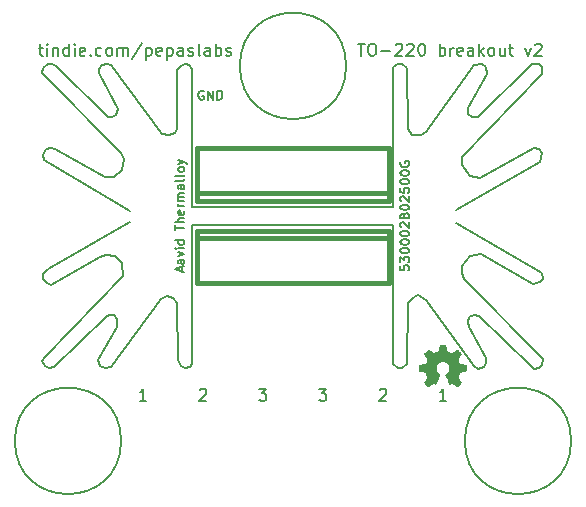
<source format=gto>
G04 (created by PCBNEW (2013-07-07 BZR 4022)-stable) date 3/25/2014 11:58:55 PM*
%MOIN*%
G04 Gerber Fmt 3.4, Leading zero omitted, Abs format*
%FSLAX34Y34*%
G01*
G70*
G90*
G04 APERTURE LIST*
%ADD10C,0.00590551*%
%ADD11C,0.006*%
%ADD12C,0.008*%
%ADD13C,0.0001*%
%ADD14C,0.015*%
G04 APERTURE END LIST*
G54D10*
G54D11*
X83021Y-46835D02*
X82992Y-46821D01*
X82950Y-46821D01*
X82907Y-46835D01*
X82878Y-46864D01*
X82864Y-46892D01*
X82850Y-46950D01*
X82850Y-46992D01*
X82864Y-47050D01*
X82878Y-47078D01*
X82907Y-47107D01*
X82950Y-47121D01*
X82978Y-47121D01*
X83021Y-47107D01*
X83035Y-47092D01*
X83035Y-46992D01*
X82978Y-46992D01*
X83164Y-47121D02*
X83164Y-46821D01*
X83335Y-47121D01*
X83335Y-46821D01*
X83478Y-47121D02*
X83478Y-46821D01*
X83550Y-46821D01*
X83592Y-46835D01*
X83621Y-46864D01*
X83635Y-46892D01*
X83650Y-46950D01*
X83650Y-46992D01*
X83635Y-47050D01*
X83621Y-47078D01*
X83592Y-47107D01*
X83550Y-47121D01*
X83478Y-47121D01*
G54D12*
X88164Y-45261D02*
X88392Y-45261D01*
X88278Y-45661D02*
X88278Y-45261D01*
X88602Y-45261D02*
X88678Y-45261D01*
X88716Y-45280D01*
X88754Y-45319D01*
X88773Y-45395D01*
X88773Y-45528D01*
X88754Y-45604D01*
X88716Y-45642D01*
X88678Y-45661D01*
X88602Y-45661D01*
X88564Y-45642D01*
X88526Y-45604D01*
X88507Y-45528D01*
X88507Y-45395D01*
X88526Y-45319D01*
X88564Y-45280D01*
X88602Y-45261D01*
X88945Y-45509D02*
X89250Y-45509D01*
X89421Y-45300D02*
X89440Y-45280D01*
X89478Y-45261D01*
X89573Y-45261D01*
X89611Y-45280D01*
X89630Y-45300D01*
X89650Y-45338D01*
X89650Y-45376D01*
X89630Y-45433D01*
X89402Y-45661D01*
X89650Y-45661D01*
X89802Y-45300D02*
X89821Y-45280D01*
X89859Y-45261D01*
X89954Y-45261D01*
X89992Y-45280D01*
X90011Y-45300D01*
X90030Y-45338D01*
X90030Y-45376D01*
X90011Y-45433D01*
X89783Y-45661D01*
X90030Y-45661D01*
X90278Y-45261D02*
X90316Y-45261D01*
X90354Y-45280D01*
X90373Y-45300D01*
X90392Y-45338D01*
X90411Y-45414D01*
X90411Y-45509D01*
X90392Y-45585D01*
X90373Y-45623D01*
X90354Y-45642D01*
X90316Y-45661D01*
X90278Y-45661D01*
X90240Y-45642D01*
X90221Y-45623D01*
X90202Y-45585D01*
X90183Y-45509D01*
X90183Y-45414D01*
X90202Y-45338D01*
X90221Y-45300D01*
X90240Y-45280D01*
X90278Y-45261D01*
X90888Y-45661D02*
X90888Y-45261D01*
X90888Y-45414D02*
X90926Y-45395D01*
X91002Y-45395D01*
X91040Y-45414D01*
X91059Y-45433D01*
X91078Y-45471D01*
X91078Y-45585D01*
X91059Y-45623D01*
X91040Y-45642D01*
X91002Y-45661D01*
X90926Y-45661D01*
X90888Y-45642D01*
X91250Y-45661D02*
X91250Y-45395D01*
X91250Y-45471D02*
X91269Y-45433D01*
X91288Y-45414D01*
X91326Y-45395D01*
X91364Y-45395D01*
X91650Y-45642D02*
X91611Y-45661D01*
X91535Y-45661D01*
X91497Y-45642D01*
X91478Y-45604D01*
X91478Y-45452D01*
X91497Y-45414D01*
X91535Y-45395D01*
X91611Y-45395D01*
X91650Y-45414D01*
X91669Y-45452D01*
X91669Y-45490D01*
X91478Y-45528D01*
X92011Y-45661D02*
X92011Y-45452D01*
X91992Y-45414D01*
X91954Y-45395D01*
X91878Y-45395D01*
X91840Y-45414D01*
X92011Y-45642D02*
X91973Y-45661D01*
X91878Y-45661D01*
X91840Y-45642D01*
X91821Y-45604D01*
X91821Y-45566D01*
X91840Y-45528D01*
X91878Y-45509D01*
X91973Y-45509D01*
X92011Y-45490D01*
X92202Y-45661D02*
X92202Y-45261D01*
X92240Y-45509D02*
X92354Y-45661D01*
X92354Y-45395D02*
X92202Y-45547D01*
X92583Y-45661D02*
X92545Y-45642D01*
X92526Y-45623D01*
X92507Y-45585D01*
X92507Y-45471D01*
X92526Y-45433D01*
X92545Y-45414D01*
X92583Y-45395D01*
X92640Y-45395D01*
X92678Y-45414D01*
X92697Y-45433D01*
X92716Y-45471D01*
X92716Y-45585D01*
X92697Y-45623D01*
X92678Y-45642D01*
X92640Y-45661D01*
X92583Y-45661D01*
X93059Y-45395D02*
X93059Y-45661D01*
X92888Y-45395D02*
X92888Y-45604D01*
X92907Y-45642D01*
X92945Y-45661D01*
X93002Y-45661D01*
X93040Y-45642D01*
X93059Y-45623D01*
X93192Y-45395D02*
X93345Y-45395D01*
X93250Y-45261D02*
X93250Y-45604D01*
X93269Y-45642D01*
X93307Y-45661D01*
X93345Y-45661D01*
X93745Y-45395D02*
X93840Y-45661D01*
X93935Y-45395D01*
X94069Y-45300D02*
X94088Y-45280D01*
X94126Y-45261D01*
X94221Y-45261D01*
X94259Y-45280D01*
X94278Y-45300D01*
X94297Y-45338D01*
X94297Y-45376D01*
X94278Y-45433D01*
X94049Y-45661D01*
X94297Y-45661D01*
X77521Y-45395D02*
X77673Y-45395D01*
X77578Y-45261D02*
X77578Y-45604D01*
X77597Y-45642D01*
X77635Y-45661D01*
X77673Y-45661D01*
X77807Y-45661D02*
X77807Y-45395D01*
X77807Y-45261D02*
X77788Y-45280D01*
X77807Y-45300D01*
X77826Y-45280D01*
X77807Y-45261D01*
X77807Y-45300D01*
X77997Y-45395D02*
X77997Y-45661D01*
X77997Y-45433D02*
X78016Y-45414D01*
X78054Y-45395D01*
X78111Y-45395D01*
X78150Y-45414D01*
X78169Y-45452D01*
X78169Y-45661D01*
X78530Y-45661D02*
X78530Y-45261D01*
X78530Y-45642D02*
X78492Y-45661D01*
X78416Y-45661D01*
X78378Y-45642D01*
X78359Y-45623D01*
X78340Y-45585D01*
X78340Y-45471D01*
X78359Y-45433D01*
X78378Y-45414D01*
X78416Y-45395D01*
X78492Y-45395D01*
X78530Y-45414D01*
X78721Y-45661D02*
X78721Y-45395D01*
X78721Y-45261D02*
X78702Y-45280D01*
X78721Y-45300D01*
X78740Y-45280D01*
X78721Y-45261D01*
X78721Y-45300D01*
X79064Y-45642D02*
X79026Y-45661D01*
X78950Y-45661D01*
X78911Y-45642D01*
X78892Y-45604D01*
X78892Y-45452D01*
X78911Y-45414D01*
X78950Y-45395D01*
X79026Y-45395D01*
X79064Y-45414D01*
X79083Y-45452D01*
X79083Y-45490D01*
X78892Y-45528D01*
X79254Y-45623D02*
X79273Y-45642D01*
X79254Y-45661D01*
X79235Y-45642D01*
X79254Y-45623D01*
X79254Y-45661D01*
X79616Y-45642D02*
X79578Y-45661D01*
X79502Y-45661D01*
X79464Y-45642D01*
X79445Y-45623D01*
X79426Y-45585D01*
X79426Y-45471D01*
X79445Y-45433D01*
X79464Y-45414D01*
X79502Y-45395D01*
X79578Y-45395D01*
X79616Y-45414D01*
X79845Y-45661D02*
X79807Y-45642D01*
X79788Y-45623D01*
X79769Y-45585D01*
X79769Y-45471D01*
X79788Y-45433D01*
X79807Y-45414D01*
X79845Y-45395D01*
X79902Y-45395D01*
X79940Y-45414D01*
X79959Y-45433D01*
X79978Y-45471D01*
X79978Y-45585D01*
X79959Y-45623D01*
X79940Y-45642D01*
X79902Y-45661D01*
X79845Y-45661D01*
X80150Y-45661D02*
X80150Y-45395D01*
X80150Y-45433D02*
X80169Y-45414D01*
X80207Y-45395D01*
X80264Y-45395D01*
X80302Y-45414D01*
X80321Y-45452D01*
X80321Y-45661D01*
X80321Y-45452D02*
X80340Y-45414D01*
X80378Y-45395D01*
X80435Y-45395D01*
X80473Y-45414D01*
X80492Y-45452D01*
X80492Y-45661D01*
X80969Y-45242D02*
X80626Y-45757D01*
X81102Y-45395D02*
X81102Y-45795D01*
X81102Y-45414D02*
X81140Y-45395D01*
X81216Y-45395D01*
X81254Y-45414D01*
X81273Y-45433D01*
X81292Y-45471D01*
X81292Y-45585D01*
X81273Y-45623D01*
X81254Y-45642D01*
X81216Y-45661D01*
X81140Y-45661D01*
X81102Y-45642D01*
X81616Y-45642D02*
X81578Y-45661D01*
X81502Y-45661D01*
X81464Y-45642D01*
X81445Y-45604D01*
X81445Y-45452D01*
X81464Y-45414D01*
X81502Y-45395D01*
X81578Y-45395D01*
X81616Y-45414D01*
X81635Y-45452D01*
X81635Y-45490D01*
X81445Y-45528D01*
X81807Y-45395D02*
X81807Y-45795D01*
X81807Y-45414D02*
X81845Y-45395D01*
X81921Y-45395D01*
X81959Y-45414D01*
X81978Y-45433D01*
X81997Y-45471D01*
X81997Y-45585D01*
X81978Y-45623D01*
X81959Y-45642D01*
X81921Y-45661D01*
X81845Y-45661D01*
X81807Y-45642D01*
X82340Y-45661D02*
X82340Y-45452D01*
X82321Y-45414D01*
X82283Y-45395D01*
X82207Y-45395D01*
X82169Y-45414D01*
X82340Y-45642D02*
X82302Y-45661D01*
X82207Y-45661D01*
X82169Y-45642D01*
X82150Y-45604D01*
X82150Y-45566D01*
X82169Y-45528D01*
X82207Y-45509D01*
X82302Y-45509D01*
X82340Y-45490D01*
X82511Y-45642D02*
X82550Y-45661D01*
X82626Y-45661D01*
X82664Y-45642D01*
X82683Y-45604D01*
X82683Y-45585D01*
X82664Y-45547D01*
X82626Y-45528D01*
X82569Y-45528D01*
X82530Y-45509D01*
X82511Y-45471D01*
X82511Y-45452D01*
X82530Y-45414D01*
X82569Y-45395D01*
X82626Y-45395D01*
X82664Y-45414D01*
X82911Y-45661D02*
X82873Y-45642D01*
X82854Y-45604D01*
X82854Y-45261D01*
X83235Y-45661D02*
X83235Y-45452D01*
X83216Y-45414D01*
X83178Y-45395D01*
X83102Y-45395D01*
X83064Y-45414D01*
X83235Y-45642D02*
X83197Y-45661D01*
X83102Y-45661D01*
X83064Y-45642D01*
X83045Y-45604D01*
X83045Y-45566D01*
X83064Y-45528D01*
X83102Y-45509D01*
X83197Y-45509D01*
X83235Y-45490D01*
X83426Y-45661D02*
X83426Y-45261D01*
X83426Y-45414D02*
X83464Y-45395D01*
X83540Y-45395D01*
X83578Y-45414D01*
X83597Y-45433D01*
X83616Y-45471D01*
X83616Y-45585D01*
X83597Y-45623D01*
X83578Y-45642D01*
X83540Y-45661D01*
X83464Y-45661D01*
X83426Y-45642D01*
X83769Y-45642D02*
X83807Y-45661D01*
X83883Y-45661D01*
X83921Y-45642D01*
X83940Y-45604D01*
X83940Y-45585D01*
X83921Y-45547D01*
X83883Y-45528D01*
X83826Y-45528D01*
X83788Y-45509D01*
X83769Y-45471D01*
X83769Y-45452D01*
X83788Y-45414D01*
X83826Y-45395D01*
X83883Y-45395D01*
X83921Y-45414D01*
X91114Y-57161D02*
X90885Y-57161D01*
X91000Y-57161D02*
X91000Y-56761D01*
X90961Y-56819D01*
X90923Y-56857D01*
X90885Y-56876D01*
X88885Y-56800D02*
X88904Y-56780D01*
X88942Y-56761D01*
X89038Y-56761D01*
X89076Y-56780D01*
X89095Y-56800D01*
X89114Y-56838D01*
X89114Y-56876D01*
X89095Y-56933D01*
X88866Y-57161D01*
X89114Y-57161D01*
X86866Y-56761D02*
X87114Y-56761D01*
X86980Y-56914D01*
X87038Y-56914D01*
X87076Y-56933D01*
X87095Y-56952D01*
X87114Y-56990D01*
X87114Y-57085D01*
X87095Y-57123D01*
X87076Y-57142D01*
X87038Y-57161D01*
X86923Y-57161D01*
X86885Y-57142D01*
X86866Y-57123D01*
X81114Y-57161D02*
X80885Y-57161D01*
X81000Y-57161D02*
X81000Y-56761D01*
X80961Y-56819D01*
X80923Y-56857D01*
X80885Y-56876D01*
X82885Y-56800D02*
X82904Y-56780D01*
X82942Y-56761D01*
X83038Y-56761D01*
X83076Y-56780D01*
X83095Y-56800D01*
X83114Y-56838D01*
X83114Y-56876D01*
X83095Y-56933D01*
X82866Y-57161D01*
X83114Y-57161D01*
X84866Y-56761D02*
X85114Y-56761D01*
X84980Y-56914D01*
X85038Y-56914D01*
X85076Y-56933D01*
X85095Y-56952D01*
X85114Y-56990D01*
X85114Y-57085D01*
X85095Y-57123D01*
X85076Y-57142D01*
X85038Y-57161D01*
X84923Y-57161D01*
X84885Y-57142D01*
X84866Y-57123D01*
G54D10*
X89500Y-56070D02*
X89350Y-55950D01*
X89350Y-51310D02*
X89350Y-55950D01*
X89490Y-45930D02*
X89350Y-46050D01*
X89350Y-50690D02*
X89350Y-46050D01*
X82570Y-56040D02*
X82650Y-55950D01*
X82650Y-51310D02*
X82650Y-55950D01*
X82650Y-46100D02*
X82550Y-45970D01*
X82650Y-50690D02*
X82650Y-46100D01*
X80560Y-50828D02*
X77700Y-49138D01*
X77700Y-49138D02*
X77660Y-48958D01*
X77660Y-48958D02*
X77780Y-48778D01*
X77780Y-48778D02*
X77930Y-48728D01*
X77930Y-48728D02*
X78070Y-48768D01*
X78070Y-48768D02*
X79720Y-49718D01*
X79720Y-49718D02*
X80050Y-49698D01*
X80050Y-49698D02*
X80290Y-49478D01*
X80290Y-49478D02*
X80360Y-49108D01*
X80360Y-49108D02*
X80260Y-48908D01*
X80260Y-48908D02*
X77650Y-46238D01*
X77650Y-46238D02*
X77670Y-46068D01*
X77670Y-46068D02*
X77830Y-45938D01*
X77830Y-45938D02*
X77970Y-45928D01*
X77970Y-45928D02*
X78090Y-46008D01*
X78090Y-46008D02*
X79840Y-47698D01*
X79840Y-47698D02*
X79960Y-47708D01*
X79960Y-47708D02*
X80110Y-47648D01*
X80110Y-47648D02*
X80170Y-47428D01*
X80170Y-47428D02*
X79520Y-46238D01*
X79520Y-46238D02*
X79520Y-46108D01*
X79520Y-46108D02*
X79630Y-45968D01*
X79630Y-45968D02*
X79790Y-45928D01*
X79790Y-45928D02*
X79940Y-45968D01*
X79940Y-45968D02*
X81620Y-48268D01*
X81620Y-48268D02*
X81870Y-48318D01*
X81870Y-48318D02*
X82080Y-48238D01*
X82080Y-48238D02*
X82150Y-48108D01*
X82150Y-48108D02*
X82150Y-46148D01*
X82150Y-46148D02*
X82310Y-45968D01*
X82310Y-45968D02*
X82430Y-45938D01*
X82430Y-45938D02*
X82550Y-45968D01*
X82570Y-56040D02*
X82400Y-56078D01*
X82400Y-56078D02*
X82260Y-56018D01*
X82260Y-56018D02*
X82160Y-55818D01*
X82160Y-55818D02*
X82130Y-53888D01*
X82130Y-53888D02*
X82010Y-53738D01*
X82010Y-53738D02*
X81810Y-53658D01*
X81810Y-53658D02*
X81610Y-53758D01*
X81610Y-53758D02*
X79920Y-56048D01*
X79920Y-56048D02*
X79750Y-56078D01*
X79750Y-56078D02*
X79580Y-55998D01*
X79580Y-55998D02*
X79510Y-55818D01*
X79510Y-55818D02*
X80120Y-54708D01*
X80120Y-54708D02*
X80150Y-54428D01*
X80150Y-54428D02*
X80020Y-54308D01*
X80020Y-54308D02*
X79870Y-54308D01*
X79870Y-54308D02*
X79770Y-54378D01*
X79770Y-54378D02*
X78050Y-56028D01*
X78050Y-56028D02*
X77870Y-56078D01*
X77870Y-56078D02*
X77730Y-55998D01*
X77730Y-55998D02*
X77650Y-55838D01*
X77650Y-55838D02*
X77720Y-55688D01*
X77720Y-55688D02*
X80340Y-53018D01*
X80340Y-53018D02*
X80310Y-52568D01*
X80310Y-52568D02*
X80080Y-52348D01*
X80080Y-52348D02*
X79780Y-52308D01*
X79780Y-52308D02*
X79580Y-52358D01*
X79580Y-52358D02*
X77950Y-53288D01*
X77950Y-53288D02*
X77790Y-53238D01*
X77790Y-53238D02*
X77670Y-53098D01*
X77670Y-53098D02*
X77680Y-52928D01*
X77680Y-52928D02*
X77820Y-52778D01*
X77820Y-52778D02*
X80560Y-51218D01*
X91440Y-51228D02*
X94290Y-52888D01*
X94290Y-52888D02*
X94320Y-53088D01*
X94320Y-53088D02*
X94230Y-53218D01*
X94230Y-53218D02*
X94000Y-53268D01*
X94000Y-53268D02*
X92270Y-52278D01*
X92270Y-52278D02*
X91900Y-52338D01*
X91900Y-52338D02*
X91620Y-52658D01*
X91620Y-52658D02*
X91620Y-52918D01*
X91620Y-52918D02*
X91710Y-53098D01*
X91710Y-53098D02*
X94330Y-55768D01*
X94330Y-55768D02*
X94310Y-55958D01*
X94310Y-55958D02*
X94210Y-56058D01*
X94210Y-56058D02*
X94040Y-56088D01*
X94040Y-56088D02*
X93930Y-56018D01*
X93930Y-56018D02*
X92210Y-54348D01*
X92210Y-54348D02*
X92030Y-54298D01*
X92030Y-54298D02*
X91880Y-54368D01*
X91880Y-54368D02*
X91820Y-54528D01*
X91820Y-54528D02*
X91860Y-54698D01*
X91860Y-54698D02*
X92450Y-55748D01*
X92450Y-55748D02*
X92450Y-55908D01*
X92450Y-55908D02*
X92360Y-56038D01*
X92360Y-56038D02*
X92180Y-56088D01*
X92180Y-56088D02*
X92040Y-56018D01*
X92040Y-56018D02*
X90440Y-53818D01*
X90440Y-53818D02*
X90180Y-53648D01*
X90180Y-53648D02*
X90020Y-53698D01*
X90020Y-53698D02*
X89840Y-53908D01*
X89840Y-53908D02*
X89810Y-55938D01*
X89810Y-55938D02*
X89630Y-56058D01*
X89630Y-56058D02*
X89500Y-56068D01*
X89640Y-45928D02*
X89800Y-46058D01*
X89800Y-46058D02*
X89840Y-48088D01*
X89840Y-48088D02*
X89970Y-48288D01*
X89970Y-48288D02*
X90260Y-48318D01*
X90260Y-48318D02*
X90420Y-48208D01*
X90420Y-48208D02*
X92050Y-45978D01*
X92050Y-45978D02*
X92300Y-45928D01*
X92300Y-45928D02*
X92440Y-46038D01*
X92440Y-46038D02*
X92460Y-46258D01*
X92460Y-46258D02*
X91820Y-47388D01*
X91820Y-47388D02*
X91840Y-47598D01*
X91840Y-47598D02*
X91970Y-47698D01*
X91970Y-47698D02*
X92160Y-47688D01*
X92160Y-47688D02*
X93980Y-45938D01*
X93980Y-45938D02*
X94190Y-45938D01*
X94190Y-45938D02*
X94290Y-46028D01*
X94290Y-46028D02*
X94310Y-46278D01*
X94310Y-46278D02*
X91650Y-49028D01*
X91650Y-49028D02*
X91620Y-49298D01*
X91620Y-49298D02*
X91910Y-49678D01*
X91910Y-49678D02*
X92240Y-49728D01*
X92240Y-49728D02*
X94040Y-48728D01*
X94040Y-48728D02*
X94210Y-48768D01*
X94210Y-48768D02*
X94310Y-48908D01*
X94310Y-48908D02*
X94240Y-49188D01*
X94240Y-49188D02*
X91450Y-50808D01*
X89490Y-45928D02*
X89640Y-45928D01*
X82650Y-51310D02*
X89350Y-51310D01*
X82650Y-50690D02*
X89350Y-50690D01*
G54D13*
G36*
X90523Y-56707D02*
X90531Y-56703D01*
X90550Y-56691D01*
X90576Y-56674D01*
X90607Y-56653D01*
X90638Y-56632D01*
X90664Y-56615D01*
X90682Y-56603D01*
X90689Y-56599D01*
X90693Y-56600D01*
X90708Y-56608D01*
X90730Y-56619D01*
X90742Y-56625D01*
X90762Y-56634D01*
X90772Y-56636D01*
X90773Y-56633D01*
X90781Y-56618D01*
X90792Y-56592D01*
X90807Y-56558D01*
X90824Y-56518D01*
X90842Y-56475D01*
X90860Y-56431D01*
X90878Y-56389D01*
X90893Y-56351D01*
X90906Y-56321D01*
X90914Y-56299D01*
X90917Y-56290D01*
X90916Y-56288D01*
X90906Y-56279D01*
X90889Y-56266D01*
X90851Y-56235D01*
X90815Y-56189D01*
X90792Y-56137D01*
X90785Y-56079D01*
X90791Y-56026D01*
X90812Y-55975D01*
X90848Y-55928D01*
X90892Y-55894D01*
X90943Y-55872D01*
X91000Y-55865D01*
X91055Y-55871D01*
X91107Y-55892D01*
X91154Y-55927D01*
X91173Y-55950D01*
X91200Y-55997D01*
X91216Y-56047D01*
X91217Y-56059D01*
X91215Y-56115D01*
X91199Y-56168D01*
X91170Y-56215D01*
X91129Y-56254D01*
X91124Y-56258D01*
X91105Y-56272D01*
X91093Y-56281D01*
X91083Y-56289D01*
X91153Y-56459D01*
X91164Y-56486D01*
X91184Y-56532D01*
X91201Y-56572D01*
X91214Y-56604D01*
X91224Y-56625D01*
X91228Y-56634D01*
X91228Y-56634D01*
X91234Y-56635D01*
X91247Y-56630D01*
X91271Y-56619D01*
X91287Y-56611D01*
X91305Y-56602D01*
X91313Y-56599D01*
X91320Y-56603D01*
X91337Y-56614D01*
X91362Y-56631D01*
X91392Y-56651D01*
X91421Y-56671D01*
X91448Y-56689D01*
X91467Y-56701D01*
X91477Y-56706D01*
X91478Y-56706D01*
X91486Y-56701D01*
X91502Y-56689D01*
X91525Y-56667D01*
X91557Y-56635D01*
X91562Y-56630D01*
X91589Y-56602D01*
X91611Y-56579D01*
X91626Y-56563D01*
X91631Y-56556D01*
X91631Y-56556D01*
X91626Y-56546D01*
X91614Y-56527D01*
X91596Y-56500D01*
X91575Y-56469D01*
X91519Y-56387D01*
X91550Y-56310D01*
X91559Y-56287D01*
X91571Y-56258D01*
X91580Y-56238D01*
X91585Y-56229D01*
X91593Y-56226D01*
X91614Y-56221D01*
X91645Y-56214D01*
X91681Y-56208D01*
X91716Y-56201D01*
X91747Y-56195D01*
X91770Y-56191D01*
X91780Y-56189D01*
X91782Y-56187D01*
X91784Y-56182D01*
X91786Y-56172D01*
X91786Y-56153D01*
X91787Y-56123D01*
X91787Y-56079D01*
X91787Y-56075D01*
X91786Y-56033D01*
X91786Y-56000D01*
X91785Y-55979D01*
X91783Y-55971D01*
X91783Y-55971D01*
X91773Y-55968D01*
X91751Y-55964D01*
X91720Y-55957D01*
X91682Y-55950D01*
X91680Y-55950D01*
X91643Y-55943D01*
X91612Y-55936D01*
X91590Y-55931D01*
X91581Y-55928D01*
X91579Y-55926D01*
X91571Y-55911D01*
X91560Y-55888D01*
X91548Y-55860D01*
X91536Y-55831D01*
X91525Y-55804D01*
X91518Y-55785D01*
X91516Y-55776D01*
X91516Y-55776D01*
X91522Y-55767D01*
X91535Y-55747D01*
X91553Y-55721D01*
X91575Y-55689D01*
X91576Y-55686D01*
X91598Y-55655D01*
X91615Y-55628D01*
X91627Y-55609D01*
X91631Y-55601D01*
X91631Y-55600D01*
X91624Y-55591D01*
X91608Y-55573D01*
X91585Y-55549D01*
X91557Y-55521D01*
X91548Y-55513D01*
X91518Y-55483D01*
X91497Y-55463D01*
X91483Y-55453D01*
X91477Y-55450D01*
X91477Y-55451D01*
X91467Y-55456D01*
X91447Y-55469D01*
X91420Y-55488D01*
X91388Y-55509D01*
X91386Y-55511D01*
X91355Y-55532D01*
X91329Y-55550D01*
X91310Y-55562D01*
X91302Y-55567D01*
X91300Y-55567D01*
X91288Y-55563D01*
X91265Y-55556D01*
X91238Y-55545D01*
X91209Y-55533D01*
X91182Y-55522D01*
X91162Y-55513D01*
X91153Y-55508D01*
X91153Y-55507D01*
X91149Y-55496D01*
X91144Y-55472D01*
X91137Y-55440D01*
X91130Y-55401D01*
X91129Y-55395D01*
X91122Y-55358D01*
X91116Y-55327D01*
X91111Y-55305D01*
X91109Y-55296D01*
X91104Y-55295D01*
X91085Y-55294D01*
X91057Y-55293D01*
X91023Y-55293D01*
X90988Y-55293D01*
X90954Y-55294D01*
X90924Y-55295D01*
X90903Y-55296D01*
X90894Y-55298D01*
X90893Y-55299D01*
X90890Y-55310D01*
X90885Y-55334D01*
X90878Y-55366D01*
X90871Y-55405D01*
X90870Y-55412D01*
X90863Y-55449D01*
X90856Y-55480D01*
X90852Y-55501D01*
X90849Y-55509D01*
X90846Y-55511D01*
X90831Y-55518D01*
X90806Y-55528D01*
X90774Y-55541D01*
X90702Y-55570D01*
X90614Y-55509D01*
X90606Y-55504D01*
X90574Y-55482D01*
X90548Y-55465D01*
X90530Y-55453D01*
X90522Y-55449D01*
X90522Y-55449D01*
X90513Y-55457D01*
X90495Y-55473D01*
X90471Y-55497D01*
X90444Y-55524D01*
X90423Y-55545D01*
X90399Y-55570D01*
X90383Y-55586D01*
X90375Y-55597D01*
X90372Y-55604D01*
X90373Y-55608D01*
X90378Y-55617D01*
X90391Y-55636D01*
X90409Y-55663D01*
X90431Y-55694D01*
X90449Y-55721D01*
X90468Y-55750D01*
X90480Y-55771D01*
X90485Y-55782D01*
X90484Y-55786D01*
X90477Y-55803D01*
X90467Y-55830D01*
X90454Y-55861D01*
X90423Y-55931D01*
X90377Y-55939D01*
X90349Y-55945D01*
X90310Y-55952D01*
X90273Y-55959D01*
X90215Y-55971D01*
X90213Y-56183D01*
X90222Y-56187D01*
X90231Y-56190D01*
X90252Y-56194D01*
X90283Y-56200D01*
X90319Y-56207D01*
X90350Y-56213D01*
X90381Y-56219D01*
X90403Y-56223D01*
X90413Y-56225D01*
X90416Y-56229D01*
X90424Y-56244D01*
X90435Y-56268D01*
X90447Y-56297D01*
X90459Y-56326D01*
X90470Y-56354D01*
X90478Y-56375D01*
X90481Y-56386D01*
X90477Y-56394D01*
X90465Y-56412D01*
X90448Y-56438D01*
X90427Y-56469D01*
X90405Y-56500D01*
X90388Y-56527D01*
X90375Y-56546D01*
X90370Y-56554D01*
X90373Y-56560D01*
X90385Y-56575D01*
X90408Y-56599D01*
X90443Y-56634D01*
X90449Y-56639D01*
X90476Y-56666D01*
X90500Y-56687D01*
X90516Y-56702D01*
X90523Y-56707D01*
X90523Y-56707D01*
G37*
G54D14*
X82800Y-51750D02*
X82800Y-51500D01*
X82800Y-51500D02*
X89200Y-51500D01*
X89200Y-51500D02*
X89200Y-51750D01*
X82800Y-53250D02*
X82800Y-51750D01*
X82800Y-51750D02*
X89200Y-51750D01*
X89200Y-51750D02*
X89200Y-53250D01*
X89200Y-53250D02*
X82800Y-53250D01*
X89200Y-50250D02*
X89200Y-50500D01*
X89200Y-50500D02*
X82800Y-50500D01*
X82800Y-50500D02*
X82800Y-50250D01*
X89200Y-48750D02*
X89200Y-50250D01*
X89200Y-50250D02*
X82800Y-50250D01*
X82800Y-50250D02*
X82800Y-48750D01*
X82800Y-48750D02*
X89200Y-48750D01*
G54D10*
X87771Y-46000D02*
G75*
G03X87771Y-46000I-1771J0D01*
G74*
G01*
X80271Y-58500D02*
G75*
G03X80271Y-58500I-1771J0D01*
G74*
G01*
X95271Y-58500D02*
G75*
G03X95271Y-58500I-1771J0D01*
G74*
G01*
G54D11*
X89571Y-52657D02*
X89571Y-52799D01*
X89714Y-52814D01*
X89700Y-52799D01*
X89685Y-52771D01*
X89685Y-52699D01*
X89700Y-52671D01*
X89714Y-52657D01*
X89742Y-52642D01*
X89814Y-52642D01*
X89842Y-52657D01*
X89857Y-52671D01*
X89871Y-52699D01*
X89871Y-52771D01*
X89857Y-52799D01*
X89842Y-52814D01*
X89571Y-52542D02*
X89571Y-52357D01*
X89685Y-52457D01*
X89685Y-52414D01*
X89700Y-52385D01*
X89714Y-52371D01*
X89742Y-52357D01*
X89814Y-52357D01*
X89842Y-52371D01*
X89857Y-52385D01*
X89871Y-52414D01*
X89871Y-52499D01*
X89857Y-52528D01*
X89842Y-52542D01*
X89571Y-52171D02*
X89571Y-52142D01*
X89585Y-52114D01*
X89600Y-52099D01*
X89628Y-52085D01*
X89685Y-52071D01*
X89757Y-52071D01*
X89814Y-52085D01*
X89842Y-52099D01*
X89857Y-52114D01*
X89871Y-52142D01*
X89871Y-52171D01*
X89857Y-52199D01*
X89842Y-52214D01*
X89814Y-52228D01*
X89757Y-52242D01*
X89685Y-52242D01*
X89628Y-52228D01*
X89600Y-52214D01*
X89585Y-52199D01*
X89571Y-52171D01*
X89571Y-51885D02*
X89571Y-51857D01*
X89585Y-51828D01*
X89600Y-51814D01*
X89628Y-51799D01*
X89685Y-51785D01*
X89757Y-51785D01*
X89814Y-51799D01*
X89842Y-51814D01*
X89857Y-51828D01*
X89871Y-51857D01*
X89871Y-51885D01*
X89857Y-51914D01*
X89842Y-51928D01*
X89814Y-51942D01*
X89757Y-51957D01*
X89685Y-51957D01*
X89628Y-51942D01*
X89600Y-51928D01*
X89585Y-51914D01*
X89571Y-51885D01*
X89571Y-51600D02*
X89571Y-51571D01*
X89585Y-51542D01*
X89600Y-51528D01*
X89628Y-51514D01*
X89685Y-51500D01*
X89757Y-51500D01*
X89814Y-51514D01*
X89842Y-51528D01*
X89857Y-51542D01*
X89871Y-51571D01*
X89871Y-51600D01*
X89857Y-51628D01*
X89842Y-51642D01*
X89814Y-51657D01*
X89757Y-51671D01*
X89685Y-51671D01*
X89628Y-51657D01*
X89600Y-51642D01*
X89585Y-51628D01*
X89571Y-51600D01*
X89600Y-51385D02*
X89585Y-51371D01*
X89571Y-51342D01*
X89571Y-51271D01*
X89585Y-51242D01*
X89600Y-51228D01*
X89628Y-51214D01*
X89657Y-51214D01*
X89700Y-51228D01*
X89871Y-51400D01*
X89871Y-51214D01*
X89714Y-50985D02*
X89728Y-50942D01*
X89742Y-50928D01*
X89771Y-50914D01*
X89814Y-50914D01*
X89842Y-50928D01*
X89857Y-50942D01*
X89871Y-50971D01*
X89871Y-51085D01*
X89571Y-51085D01*
X89571Y-50985D01*
X89585Y-50957D01*
X89600Y-50942D01*
X89628Y-50928D01*
X89657Y-50928D01*
X89685Y-50942D01*
X89700Y-50957D01*
X89714Y-50985D01*
X89714Y-51085D01*
X89571Y-50728D02*
X89571Y-50700D01*
X89585Y-50671D01*
X89600Y-50657D01*
X89628Y-50642D01*
X89685Y-50628D01*
X89757Y-50628D01*
X89814Y-50642D01*
X89842Y-50657D01*
X89857Y-50671D01*
X89871Y-50700D01*
X89871Y-50728D01*
X89857Y-50757D01*
X89842Y-50771D01*
X89814Y-50785D01*
X89757Y-50800D01*
X89685Y-50800D01*
X89628Y-50785D01*
X89600Y-50771D01*
X89585Y-50757D01*
X89571Y-50728D01*
X89600Y-50514D02*
X89585Y-50500D01*
X89571Y-50471D01*
X89571Y-50400D01*
X89585Y-50371D01*
X89600Y-50357D01*
X89628Y-50342D01*
X89657Y-50342D01*
X89700Y-50357D01*
X89871Y-50528D01*
X89871Y-50342D01*
X89571Y-50071D02*
X89571Y-50214D01*
X89714Y-50228D01*
X89700Y-50214D01*
X89685Y-50185D01*
X89685Y-50114D01*
X89700Y-50085D01*
X89714Y-50071D01*
X89742Y-50057D01*
X89814Y-50057D01*
X89842Y-50071D01*
X89857Y-50085D01*
X89871Y-50114D01*
X89871Y-50185D01*
X89857Y-50214D01*
X89842Y-50228D01*
X89571Y-49871D02*
X89571Y-49842D01*
X89585Y-49814D01*
X89600Y-49800D01*
X89628Y-49785D01*
X89685Y-49771D01*
X89757Y-49771D01*
X89814Y-49785D01*
X89842Y-49800D01*
X89857Y-49814D01*
X89871Y-49842D01*
X89871Y-49871D01*
X89857Y-49900D01*
X89842Y-49914D01*
X89814Y-49928D01*
X89757Y-49942D01*
X89685Y-49942D01*
X89628Y-49928D01*
X89600Y-49914D01*
X89585Y-49900D01*
X89571Y-49871D01*
X89571Y-49585D02*
X89571Y-49557D01*
X89585Y-49528D01*
X89600Y-49514D01*
X89628Y-49500D01*
X89685Y-49485D01*
X89757Y-49485D01*
X89814Y-49500D01*
X89842Y-49514D01*
X89857Y-49528D01*
X89871Y-49557D01*
X89871Y-49585D01*
X89857Y-49614D01*
X89842Y-49628D01*
X89814Y-49642D01*
X89757Y-49657D01*
X89685Y-49657D01*
X89628Y-49642D01*
X89600Y-49628D01*
X89585Y-49614D01*
X89571Y-49585D01*
X89585Y-49200D02*
X89571Y-49228D01*
X89571Y-49271D01*
X89585Y-49314D01*
X89614Y-49342D01*
X89642Y-49357D01*
X89700Y-49371D01*
X89742Y-49371D01*
X89800Y-49357D01*
X89828Y-49342D01*
X89857Y-49314D01*
X89871Y-49271D01*
X89871Y-49242D01*
X89857Y-49200D01*
X89842Y-49185D01*
X89742Y-49185D01*
X89742Y-49242D01*
X82285Y-52857D02*
X82285Y-52714D01*
X82371Y-52885D02*
X82071Y-52785D01*
X82371Y-52685D01*
X82371Y-52457D02*
X82214Y-52457D01*
X82185Y-52471D01*
X82171Y-52500D01*
X82171Y-52557D01*
X82185Y-52585D01*
X82357Y-52457D02*
X82371Y-52485D01*
X82371Y-52557D01*
X82357Y-52585D01*
X82328Y-52600D01*
X82300Y-52600D01*
X82271Y-52585D01*
X82257Y-52557D01*
X82257Y-52485D01*
X82242Y-52457D01*
X82171Y-52342D02*
X82371Y-52271D01*
X82171Y-52200D01*
X82371Y-52085D02*
X82171Y-52085D01*
X82071Y-52085D02*
X82085Y-52100D01*
X82100Y-52085D01*
X82085Y-52071D01*
X82071Y-52085D01*
X82100Y-52085D01*
X82371Y-51814D02*
X82071Y-51814D01*
X82357Y-51814D02*
X82371Y-51842D01*
X82371Y-51900D01*
X82357Y-51928D01*
X82342Y-51942D01*
X82314Y-51957D01*
X82228Y-51957D01*
X82200Y-51942D01*
X82185Y-51928D01*
X82171Y-51900D01*
X82171Y-51842D01*
X82185Y-51814D01*
X82071Y-51485D02*
X82071Y-51314D01*
X82371Y-51400D02*
X82071Y-51400D01*
X82371Y-51214D02*
X82071Y-51214D01*
X82371Y-51085D02*
X82214Y-51085D01*
X82185Y-51100D01*
X82171Y-51128D01*
X82171Y-51171D01*
X82185Y-51200D01*
X82200Y-51214D01*
X82357Y-50828D02*
X82371Y-50857D01*
X82371Y-50914D01*
X82357Y-50942D01*
X82328Y-50957D01*
X82214Y-50957D01*
X82185Y-50942D01*
X82171Y-50914D01*
X82171Y-50857D01*
X82185Y-50828D01*
X82214Y-50814D01*
X82242Y-50814D01*
X82271Y-50957D01*
X82371Y-50685D02*
X82171Y-50685D01*
X82228Y-50685D02*
X82200Y-50671D01*
X82185Y-50657D01*
X82171Y-50628D01*
X82171Y-50600D01*
X82371Y-50500D02*
X82171Y-50500D01*
X82200Y-50500D02*
X82185Y-50485D01*
X82171Y-50457D01*
X82171Y-50414D01*
X82185Y-50385D01*
X82214Y-50371D01*
X82371Y-50371D01*
X82214Y-50371D02*
X82185Y-50357D01*
X82171Y-50328D01*
X82171Y-50285D01*
X82185Y-50257D01*
X82214Y-50242D01*
X82371Y-50242D01*
X82371Y-49971D02*
X82214Y-49971D01*
X82185Y-49985D01*
X82171Y-50014D01*
X82171Y-50071D01*
X82185Y-50100D01*
X82357Y-49971D02*
X82371Y-50000D01*
X82371Y-50071D01*
X82357Y-50100D01*
X82328Y-50114D01*
X82300Y-50114D01*
X82271Y-50100D01*
X82257Y-50071D01*
X82257Y-50000D01*
X82242Y-49971D01*
X82371Y-49785D02*
X82357Y-49814D01*
X82328Y-49828D01*
X82071Y-49828D01*
X82371Y-49628D02*
X82357Y-49657D01*
X82328Y-49671D01*
X82071Y-49671D01*
X82371Y-49471D02*
X82357Y-49500D01*
X82342Y-49514D01*
X82314Y-49528D01*
X82228Y-49528D01*
X82200Y-49514D01*
X82185Y-49500D01*
X82171Y-49471D01*
X82171Y-49428D01*
X82185Y-49400D01*
X82200Y-49385D01*
X82228Y-49371D01*
X82314Y-49371D01*
X82342Y-49385D01*
X82357Y-49400D01*
X82371Y-49428D01*
X82371Y-49471D01*
X82171Y-49271D02*
X82371Y-49199D01*
X82171Y-49128D02*
X82371Y-49199D01*
X82442Y-49228D01*
X82457Y-49242D01*
X82471Y-49271D01*
M02*

</source>
